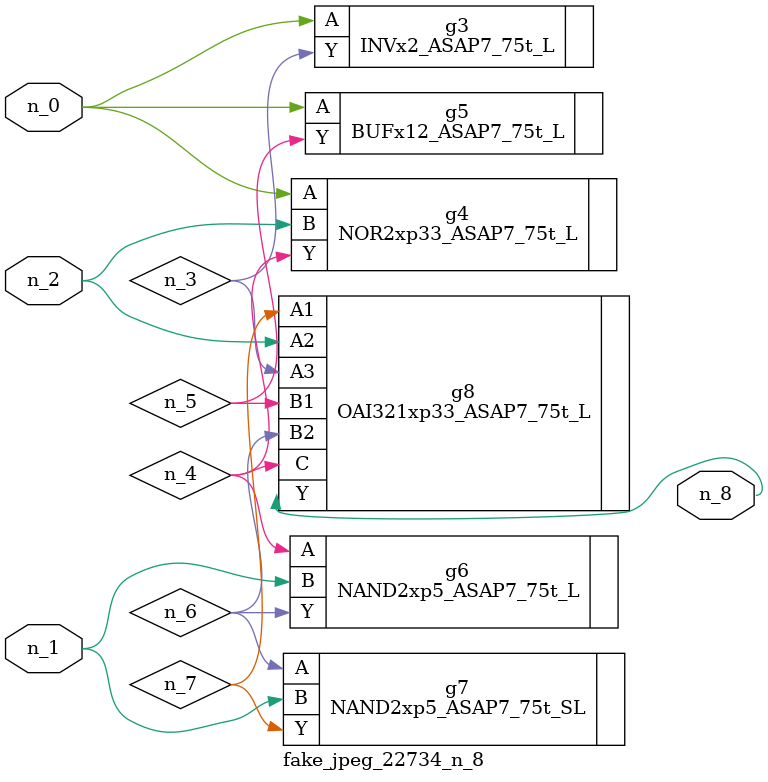
<source format=v>
module fake_jpeg_22734_n_8 (n_0, n_2, n_1, n_8);

input n_0;
input n_2;
input n_1;

output n_8;

wire n_3;
wire n_4;
wire n_6;
wire n_5;
wire n_7;

INVx2_ASAP7_75t_L g3 ( 
.A(n_0),
.Y(n_3)
);

NOR2xp33_ASAP7_75t_L g4 ( 
.A(n_0),
.B(n_2),
.Y(n_4)
);

BUFx12_ASAP7_75t_L g5 ( 
.A(n_0),
.Y(n_5)
);

NAND2xp5_ASAP7_75t_L g6 ( 
.A(n_4),
.B(n_1),
.Y(n_6)
);

NAND2xp5_ASAP7_75t_SL g7 ( 
.A(n_6),
.B(n_1),
.Y(n_7)
);

OAI321xp33_ASAP7_75t_L g8 ( 
.A1(n_7),
.A2(n_2),
.A3(n_3),
.B1(n_5),
.B2(n_6),
.C(n_4),
.Y(n_8)
);


endmodule
</source>
